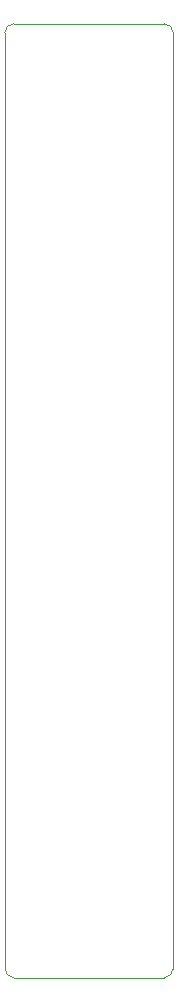
<source format=gm1>
G04 #@! TF.GenerationSoftware,KiCad,Pcbnew,7.0.6*
G04 #@! TF.CreationDate,2024-04-20T21:55:13+01:00*
G04 #@! TF.ProjectId,BreadboardIndicator,42726561-6462-46f6-9172-64496e646963,rev?*
G04 #@! TF.SameCoordinates,Original*
G04 #@! TF.FileFunction,Profile,NP*
%FSLAX46Y46*%
G04 Gerber Fmt 4.6, Leading zero omitted, Abs format (unit mm)*
G04 Created by KiCad (PCBNEW 7.0.6) date 2024-04-20 21:55:13*
%MOMM*%
%LPD*%
G01*
G04 APERTURE LIST*
G04 #@! TA.AperFunction,Profile*
%ADD10C,0.100000*%
G04 #@! TD*
G04 APERTURE END LIST*
D10*
X112250000Y-146250000D02*
X112250000Y-67000000D01*
X98750000Y-147000000D02*
X111500000Y-147000000D01*
X98000000Y-67000000D02*
X98000000Y-146250000D01*
X111500000Y-66250000D02*
X98750000Y-66250000D01*
X112250000Y-67000000D02*
G75*
G03*
X111500000Y-66250000I-750000J0D01*
G01*
X111500000Y-147000000D02*
G75*
G03*
X112250000Y-146250000I0J750000D01*
G01*
X98000000Y-146250000D02*
G75*
G03*
X98750000Y-147000000I750000J0D01*
G01*
X98750000Y-66250000D02*
G75*
G03*
X98000000Y-67000000I0J-750000D01*
G01*
M02*

</source>
